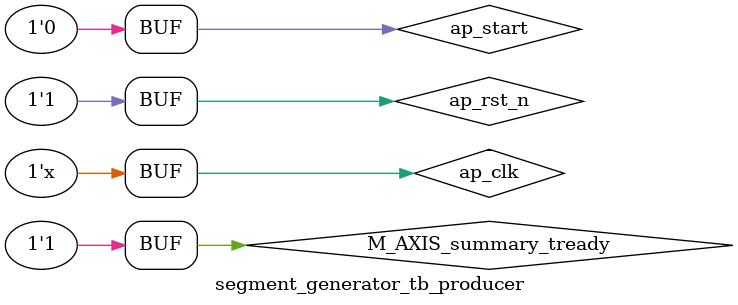
<source format=v>
/************************************************
Copyright (c) 2020, Xilinx, Inc.
All rights reserved.

Redistribution and use in source and binary forms, with or without modification, 
are permitted provided that the following conditions are met:

1. Redistributions of source code must retain the above copyright notice, 
this list of conditions and the following disclaimer.

2. Redistributions in binary form must reproduce the above copyright notice, 
this list of conditions and the following disclaimer in the documentation 
and/or other materials provided with the distribution.

3. Neither the name of the copyright holder nor the names of its contributors 
may be used to endorse or promote products derived from this software 
without specific prior written permission.

THIS SOFTWARE IS PROVIDED BY THE COPYRIGHT HOLDERS AND CONTRIBUTORS "AS IS" AND 
ANY EXPRESS OR IMPLIED WARRANTIES, INCLUDING, BUT NOT LIMITED TO, 
THE IMPLIED WARRANTIES OF MERCHANTABILITY AND FITNESS FOR A PARTICULAR PURPOSE ARE DISCLAIMED. 
IN NO EVENT SHALL THE COPYRIGHT HOLDER OR CONTRIBUTORS BE LIABLE FOR ANY DIRECT, INDIRECT, 
INCIDENTAL, SPECIAL, EXEMPLARY, OR CONSEQUENTIAL DAMAGES (INCLUDING, BUT NOT LIMITED TO, 
PROCUREMENT OF SUBSTITUTE GOODS OR SERVICES; LOSS OF USE, DATA, OR PROFITS; OR BUSINESS INTERRUPTION) 
HOWEVER CAUSED AND ON ANY THEORY OF LIABILITY, WHETHER IN CONTRACT, STRICT LIABILITY, 
OR TORT (INCLUDING NEGLIGENCE OR OTHERWISE) ARISING IN ANY WAY OUT OF THE USE OF THIS SOFTWARE, 
EVEN IF ADVISED OF THE POSSIBILITY OF SUCH DAMAGE.// Copyright (c) 2020 Xilinx, Inc.
************************************************/

`timescale 1ns/1ps

module segment_generator_tb_producer ();

  parameter integer AXIS_TDATA_WIDTH      = 512;
  parameter integer STREAMING_TDEST_WIDTH =  16;
  parameter integer AXIS_SUMMARY_WIDTH    = 128;

  wire                                 S_AXIS_n2k_tvalid;
  wire       [AXIS_TDATA_WIDTH-1:0]    S_AXIS_n2k_tdata;
  wire     [AXIS_TDATA_WIDTH/8-1:0]    S_AXIS_n2k_tkeep;
  wire                                 S_AXIS_n2k_tlast;
  wire  [STREAMING_TDEST_WIDTH-1:0]    S_AXIS_n2k_tdest;
  wire                                 S_AXIS_n2k_tready;

  wire                                 M_AXIS_k2n_tready;
  wire       [AXIS_TDATA_WIDTH-1:0]    M_AXIS_k2n_tdata;
  wire                                 M_AXIS_k2n_tvalid;
  wire                                 M_AXIS_k2n_tlast;
  wire     [AXIS_TDATA_WIDTH/8-1:0]    M_AXIS_k2n_tkeep;
  wire  [STREAMING_TDEST_WIDTH-1:0]    M_AXIS_k2n_tdest;

  wire     [AXIS_SUMMARY_WIDTH-1:0]    M_AXIS_summary_tdata;
  wire                                 M_AXIS_summary_tvalid;
  wire                                 M_AXIS_summary_tlast;
  reg                                  M_AXIS_summary_tready = 1'b1;

  reg     ap_clk;
  reg     ap_rst_n = 1'b0;
  reg     ap_start = 1'b0;

  wire    ap_done;
  wire    ap_idle;

  initial begin
      ap_clk   = 1'b0;
      ap_rst_n = 1'b0;
      ap_start = 1'b0;
      #16;
      ap_rst_n = 1'b1;
      #150;
      ap_start = 1'b1;
      #12;
      ap_start = 1'b0;
  end

  /*Create clock*/
  always @(*)
      ap_clk <= #2 ~ap_clk;


  segment_generator #(
    .AXIS_TDATA_WIDTH     (     AXIS_TDATA_WIDTH),
    .STREAMING_TDEST_WIDTH(STREAMING_TDEST_WIDTH)
  ) segment_generator_i (
    .ap_clk                   (                ap_clk),
    .ap_rst_n                 (              ap_rst_n),

    .S_AXIS_n2k_tdata         (      S_AXIS_n2k_tdata),
    .S_AXIS_n2k_tkeep         (      S_AXIS_n2k_tkeep),
    .S_AXIS_n2k_tvalid        (     S_AXIS_n2k_tvalid),
    .S_AXIS_n2k_tlast         (      S_AXIS_n2k_tlast),
    .S_AXIS_n2k_tdest         (      S_AXIS_n2k_tdest),
    .S_AXIS_n2k_tready        (     S_AXIS_n2k_tready),

    .M_AXIS_k2n_tdata         (      M_AXIS_k2n_tdata),
    .M_AXIS_k2n_tkeep         (      M_AXIS_k2n_tkeep),
    .M_AXIS_k2n_tvalid        (     M_AXIS_k2n_tvalid),
    .M_AXIS_k2n_tlast         (      M_AXIS_k2n_tlast),
    .M_AXIS_k2n_tdest         (      M_AXIS_k2n_tdest),
    .M_AXIS_k2n_tready        (     M_AXIS_k2n_tready),

    .M_AXIS_summary_tdata     (  M_AXIS_summary_tdata),
    .M_AXIS_summary_tvalid    ( M_AXIS_summary_tvalid),
    .M_AXIS_summary_tlast     (  M_AXIS_summary_tlast),
    .M_AXIS_summary_tready    ( M_AXIS_summary_tready),

    .number_packets           (                    10),
    .number_beats             (                     7),
    .time_between_packets     (                    12),
    .dest_id                  (                     5),
    .mode                     (                     1),
    .ap_start                 (              ap_start),
    .ap_done                  (               ap_done),
    .ap_idle                  (               ap_idle)   
  );


  fifo_generator_0 fifo_i (
    .s_aclk        (            ap_clk),
    .s_aresetn     (          ap_rst_n),

    .s_axis_tdata  (  M_AXIS_k2n_tdata),
    .s_axis_tkeep  (  M_AXIS_k2n_tkeep),
    .s_axis_tvalid ( M_AXIS_k2n_tvalid),
    .s_axis_tlast  (  M_AXIS_k2n_tlast),
    .s_axis_tdest  (  M_AXIS_k2n_tdest),
    .s_axis_tready ( M_AXIS_k2n_tready),

    .m_axis_tdata  (  S_AXIS_n2k_tdata),
    .m_axis_tkeep  (  S_AXIS_n2k_tkeep),
    .m_axis_tvalid ( S_AXIS_n2k_tvalid),
    .m_axis_tlast  (  S_AXIS_n2k_tlast),
    .m_axis_tdest  (  S_AXIS_n2k_tdest),
    .m_axis_tready ( S_AXIS_n2k_tready) 
  );


endmodule

</source>
